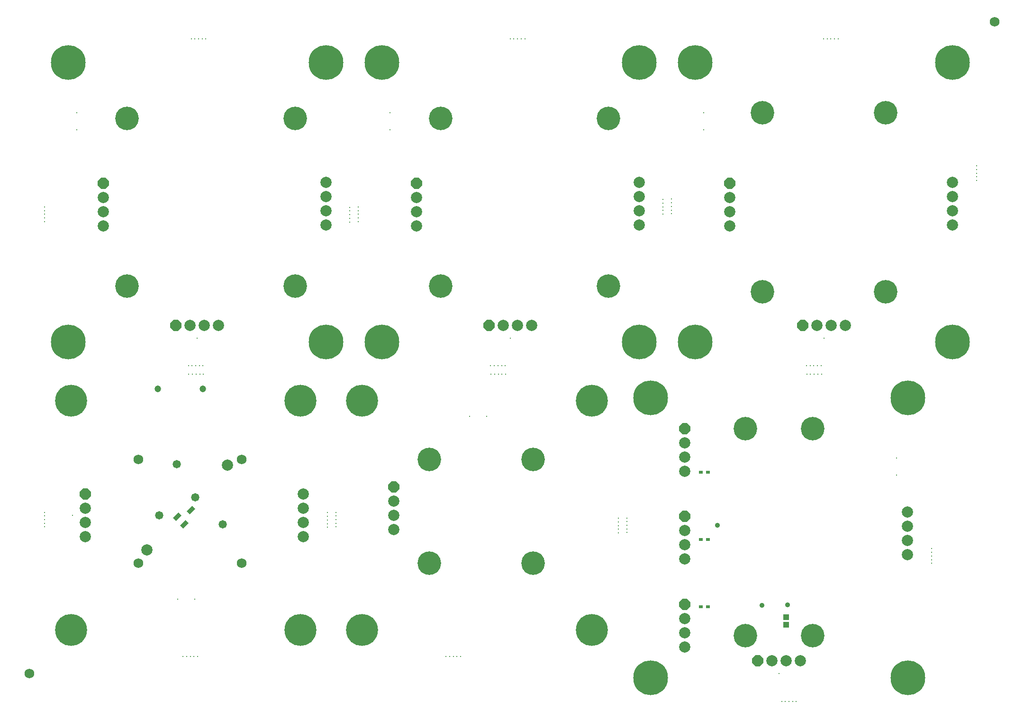
<source format=gbs>
G04 Layer_Color=16711935*
%FSLAX44Y44*%
%MOMM*%
G71*
G01*
G75*
%ADD50R,1.0532X1.0532*%
%ADD55C,0.2032*%
%ADD56C,1.7272*%
%ADD57C,2.0032*%
%ADD58C,1.2032*%
G04:AMPARAMS|DCode=59|XSize=0.2032mm|YSize=0.2032mm|CornerRadius=0mm|HoleSize=0mm|Usage=FLASHONLY|Rotation=270.000|XOffset=0mm|YOffset=0mm|HoleType=Round|Shape=RoundedRectangle|*
%AMROUNDEDRECTD59*
21,1,0.2032,0.2032,0,0,270.0*
21,1,0.2032,0.2032,0,0,270.0*
1,1,0.0000,-0.1016,-0.1016*
1,1,0.0000,-0.1016,0.1016*
1,1,0.0000,0.1016,0.1016*
1,1,0.0000,0.1016,-0.1016*
%
%ADD59ROUNDEDRECTD59*%
%ADD60P,2.1683X8X292.5*%
%ADD61C,5.7032*%
%ADD62C,1.4732*%
%ADD63C,4.2032*%
%ADD64P,2.1683X8X22.5*%
G04:AMPARAMS|DCode=65|XSize=0.2032mm|YSize=0.2032mm|CornerRadius=0mm|HoleSize=0mm|Usage=FLASHONLY|Rotation=0.000|XOffset=0mm|YOffset=0mm|HoleType=Round|Shape=RoundedRectangle|*
%AMROUNDEDRECTD65*
21,1,0.2032,0.2032,0,0,0.0*
21,1,0.2032,0.2032,0,0,0.0*
1,1,0.0000,0.1016,-0.1016*
1,1,0.0000,-0.1016,-0.1016*
1,1,0.0000,-0.1016,0.1016*
1,1,0.0000,0.1016,0.1016*
%
%ADD65ROUNDEDRECTD65*%
%ADD66C,6.2032*%
%ADD67C,0.9032*%
G04:AMPARAMS|DCode=68|XSize=1.4032mm|YSize=0.7532mm|CornerRadius=0mm|HoleSize=0mm|Usage=FLASHONLY|Rotation=45.000|XOffset=0mm|YOffset=0mm|HoleType=Round|Shape=Rectangle|*
%AMROTATEDRECTD68*
4,1,4,-0.2298,-0.7624,-0.7624,-0.2298,0.2298,0.7624,0.7624,0.2298,-0.2298,-0.7624,0.0*
%
%ADD68ROTATEDRECTD68*%

%ADD69R,0.7032X0.6032*%
D50*
X1372750Y198250D02*
D03*
Y184250D02*
D03*
D55*
X305000Y632500D02*
D03*
X311500D02*
D03*
X324750D02*
D03*
X318250D02*
D03*
X331000D02*
D03*
X330500Y647750D02*
D03*
X317750D02*
D03*
X324250D02*
D03*
X311000D02*
D03*
X304500D02*
D03*
X320500Y127750D02*
D03*
X307750D02*
D03*
X314250D02*
D03*
X301000D02*
D03*
X294500D02*
D03*
X790500D02*
D03*
X777750D02*
D03*
X784250D02*
D03*
X771000D02*
D03*
X764500D02*
D03*
X1390500Y47750D02*
D03*
X1377750D02*
D03*
X1384250D02*
D03*
X1371000D02*
D03*
X1364500D02*
D03*
X1632250Y320500D02*
D03*
Y307750D02*
D03*
Y314250D02*
D03*
Y301000D02*
D03*
Y294500D02*
D03*
X1435000Y647500D02*
D03*
X1428500D02*
D03*
X1415250D02*
D03*
X1421750D02*
D03*
X1409000D02*
D03*
X1409500Y632250D02*
D03*
X1422250D02*
D03*
X1415750D02*
D03*
X1429000D02*
D03*
X1435500D02*
D03*
X1072500Y375000D02*
D03*
Y368500D02*
D03*
Y355250D02*
D03*
Y361750D02*
D03*
Y349000D02*
D03*
X1087750Y349500D02*
D03*
Y362250D02*
D03*
Y355750D02*
D03*
Y369000D02*
D03*
Y375500D02*
D03*
X845000Y632500D02*
D03*
X851500D02*
D03*
X864750D02*
D03*
X858250D02*
D03*
X871000D02*
D03*
X870500Y647750D02*
D03*
X857750D02*
D03*
X864250D02*
D03*
X851000D02*
D03*
X844500D02*
D03*
X607500Y905000D02*
D03*
Y911500D02*
D03*
Y924750D02*
D03*
Y918250D02*
D03*
Y931000D02*
D03*
X592250Y930500D02*
D03*
Y917750D02*
D03*
Y924250D02*
D03*
Y911000D02*
D03*
Y904500D02*
D03*
X47500Y905000D02*
D03*
Y911500D02*
D03*
Y924750D02*
D03*
Y918250D02*
D03*
Y931000D02*
D03*
X309500Y1232250D02*
D03*
X322250D02*
D03*
X315750D02*
D03*
X329000D02*
D03*
X335500D02*
D03*
X879500D02*
D03*
X892250D02*
D03*
X885750D02*
D03*
X899000D02*
D03*
X905500D02*
D03*
X1439500D02*
D03*
X1452250D02*
D03*
X1445750D02*
D03*
X1459000D02*
D03*
X1465500D02*
D03*
X1712500Y1005000D02*
D03*
Y998500D02*
D03*
Y985250D02*
D03*
Y991750D02*
D03*
Y979000D02*
D03*
X552500Y385000D02*
D03*
Y378500D02*
D03*
Y365250D02*
D03*
Y371750D02*
D03*
Y359000D02*
D03*
X567750Y359500D02*
D03*
Y372250D02*
D03*
Y365750D02*
D03*
Y379000D02*
D03*
Y385500D02*
D03*
X47750Y359500D02*
D03*
Y372250D02*
D03*
Y365750D02*
D03*
Y379000D02*
D03*
Y385500D02*
D03*
X1152500Y945000D02*
D03*
Y938500D02*
D03*
Y925250D02*
D03*
Y931750D02*
D03*
Y919000D02*
D03*
X1167750Y919500D02*
D03*
Y932250D02*
D03*
Y925750D02*
D03*
Y939000D02*
D03*
Y945500D02*
D03*
X285395Y230000D02*
D03*
X315395D02*
D03*
X807260Y557500D02*
D03*
X837260D02*
D03*
X1570000Y482500D02*
D03*
Y452500D02*
D03*
X105000Y1069760D02*
D03*
Y1099760D02*
D03*
X665000D02*
D03*
Y1069760D02*
D03*
X1225000Y1069760D02*
D03*
Y1099760D02*
D03*
D56*
X20000Y97500D02*
D03*
X1745000Y1262500D02*
D03*
X400000Y295000D02*
D03*
X215000Y480000D02*
D03*
X400000D02*
D03*
X215000Y295000D02*
D03*
D57*
X230000Y318000D02*
D03*
X374000Y470000D02*
D03*
X509500Y418100D02*
D03*
Y341900D02*
D03*
Y367300D02*
D03*
Y392700D02*
D03*
X120000D02*
D03*
Y367300D02*
D03*
Y341900D02*
D03*
X671750Y405550D02*
D03*
Y380150D02*
D03*
Y354750D02*
D03*
X1398100Y120000D02*
D03*
X1372700D02*
D03*
X1347300D02*
D03*
X1191500Y458850D02*
D03*
Y484250D02*
D03*
Y509650D02*
D03*
Y145050D02*
D03*
Y170450D02*
D03*
Y195850D02*
D03*
X1191250Y302150D02*
D03*
Y327550D02*
D03*
Y352950D02*
D03*
X1589500Y386100D02*
D03*
Y309900D02*
D03*
Y335300D02*
D03*
Y360700D02*
D03*
X550000Y975400D02*
D03*
Y899200D02*
D03*
Y924600D02*
D03*
Y950000D02*
D03*
X152000Y947950D02*
D03*
Y922550D02*
D03*
Y897150D02*
D03*
X358100Y720000D02*
D03*
X332700D02*
D03*
X307300D02*
D03*
X867300D02*
D03*
X892700D02*
D03*
X918100D02*
D03*
X712000Y897150D02*
D03*
Y922550D02*
D03*
Y947950D02*
D03*
X1110000Y950000D02*
D03*
Y924600D02*
D03*
Y899200D02*
D03*
Y975400D02*
D03*
X1670000Y975400D02*
D03*
Y899200D02*
D03*
Y924600D02*
D03*
Y950000D02*
D03*
X1272000Y947950D02*
D03*
Y922550D02*
D03*
Y897150D02*
D03*
X1478100Y720000D02*
D03*
X1452700D02*
D03*
X1427300D02*
D03*
D58*
X250000Y606000D02*
D03*
X330000D02*
D03*
D59*
X97200Y380000D02*
D03*
D60*
X120000Y418100D02*
D03*
X671750Y430950D02*
D03*
X1191500Y535050D02*
D03*
Y221250D02*
D03*
X1191250Y378350D02*
D03*
X152000Y973350D02*
D03*
X712000D02*
D03*
X1272000Y973350D02*
D03*
D61*
X95000Y585000D02*
D03*
X505000D02*
D03*
X95000Y175000D02*
D03*
X505000D02*
D03*
X1025000D02*
D03*
X615000D02*
D03*
X1025000Y585000D02*
D03*
X615000D02*
D03*
D62*
X252000Y380000D02*
D03*
X366000Y364000D02*
D03*
X316930Y412000D02*
D03*
X284000Y472000D02*
D03*
D63*
X735000Y295000D02*
D03*
X920000Y480000D02*
D03*
X735000D02*
D03*
X920000Y295000D02*
D03*
X1420000Y165000D02*
D03*
X1300000D02*
D03*
X1420000Y535000D02*
D03*
X1300000D02*
D03*
X195000Y1090000D02*
D03*
Y790000D02*
D03*
X495000D02*
D03*
Y1090000D02*
D03*
X1055000D02*
D03*
Y790000D02*
D03*
X755000D02*
D03*
Y1090000D02*
D03*
X1330000Y1100000D02*
D03*
Y780000D02*
D03*
X1550000D02*
D03*
Y1100000D02*
D03*
D64*
X1321900Y120000D02*
D03*
X281900Y720000D02*
D03*
X841900D02*
D03*
X1401900Y720000D02*
D03*
D65*
X1360000Y97200D02*
D03*
X320000Y697200D02*
D03*
X880000D02*
D03*
X1440000Y697200D02*
D03*
D66*
X1590000Y590000D02*
D03*
X1130000D02*
D03*
Y90000D02*
D03*
X1590000D02*
D03*
X550000Y1190000D02*
D03*
X90000D02*
D03*
Y690000D02*
D03*
X550000D02*
D03*
X1110000D02*
D03*
X650000D02*
D03*
Y1190000D02*
D03*
X1110000D02*
D03*
X1670000Y1190000D02*
D03*
X1210000D02*
D03*
Y690000D02*
D03*
X1670000D02*
D03*
D67*
X1329000Y219000D02*
D03*
X1375000Y220000D02*
D03*
X1249750Y362250D02*
D03*
D68*
X297525Y364090D02*
D03*
X284090Y377525D02*
D03*
X309192Y389192D02*
D03*
D69*
X1232750Y217000D02*
D03*
X1219750D02*
D03*
X1232750Y457500D02*
D03*
X1219750D02*
D03*
X1232750Y337000D02*
D03*
X1219750D02*
D03*
M02*

</source>
